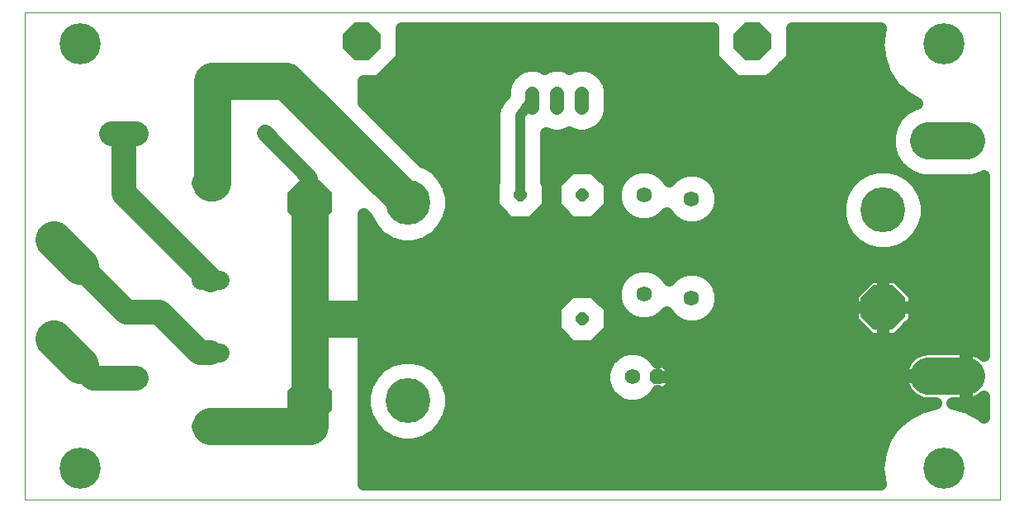
<source format=gbl>
G75*
%MOIN*%
%OFA0B0*%
%FSLAX25Y25*%
%IPPOS*%
%LPD*%
%AMOC8*
5,1,8,0,0,1.08239X$1,22.5*
%
%ADD10C,0.07810*%
%ADD11C,0.10000*%
%ADD12OC8,0.05175*%
%ADD13C,0.01136*%
%ADD14OC8,0.15024*%
%ADD15C,0.00000*%
%ADD16C,0.16598*%
%ADD17C,0.15024*%
%ADD18C,0.06248*%
%ADD19C,0.18100*%
%ADD20OC8,0.18100*%
%ADD21C,0.05680*%
%ADD22OC8,0.06200*%
%ADD23C,0.06200*%
%ADD24C,0.15000*%
%ADD25C,0.05000*%
%ADD26C,0.06600*%
%ADD27C,0.04000*%
D10*
X0076132Y0037864D02*
X0083942Y0037864D01*
X0083942Y0067392D02*
X0076132Y0067392D01*
X0076132Y0096919D02*
X0083942Y0096919D01*
X0083942Y0136289D02*
X0076132Y0136289D01*
D11*
X0045037Y0131919D02*
X0080037Y0096919D01*
X0059367Y0083730D02*
X0075706Y0067392D01*
X0080037Y0067392D01*
X0050037Y0057265D02*
X0040037Y0057265D01*
X0045037Y0057265D02*
X0032722Y0057265D01*
X0016848Y0073140D01*
X0046257Y0083730D02*
X0059367Y0083730D01*
X0046257Y0083730D02*
X0016848Y0113140D01*
X0045037Y0131919D02*
X0045037Y0155865D01*
X0050037Y0155865D02*
X0040037Y0155865D01*
D12*
X0205037Y0131329D03*
X0230037Y0131329D03*
X0230037Y0081329D03*
X0205037Y0081329D03*
D13*
X0102481Y0154366D02*
X0103049Y0153798D01*
X0101167Y0153798D01*
X0099837Y0155128D01*
X0099837Y0157010D01*
X0101167Y0158340D01*
X0103049Y0158340D01*
X0104379Y0157010D01*
X0104379Y0155128D01*
X0103049Y0153798D01*
X0102696Y0154650D01*
X0101520Y0154650D01*
X0100689Y0155481D01*
X0100689Y0156657D01*
X0101520Y0157488D01*
X0102696Y0157488D01*
X0103527Y0156657D01*
X0103527Y0155481D01*
X0102696Y0154650D01*
X0102343Y0155502D01*
X0101873Y0155502D01*
X0101541Y0155834D01*
X0101541Y0156304D01*
X0101873Y0156636D01*
X0102343Y0156636D01*
X0102675Y0156304D01*
X0102675Y0155834D01*
X0102343Y0155502D01*
X0081267Y0175579D02*
X0081835Y0175011D01*
X0079953Y0175011D01*
X0078623Y0176341D01*
X0078623Y0178223D01*
X0079953Y0179553D01*
X0081835Y0179553D01*
X0083165Y0178223D01*
X0083165Y0176341D01*
X0081835Y0175011D01*
X0081482Y0175863D01*
X0080306Y0175863D01*
X0079475Y0176694D01*
X0079475Y0177870D01*
X0080306Y0178701D01*
X0081482Y0178701D01*
X0082313Y0177870D01*
X0082313Y0176694D01*
X0081482Y0175863D01*
X0081129Y0176715D01*
X0080659Y0176715D01*
X0080327Y0177047D01*
X0080327Y0177517D01*
X0080659Y0177849D01*
X0081129Y0177849D01*
X0081461Y0177517D01*
X0081461Y0177047D01*
X0081129Y0176715D01*
D14*
X0141296Y0193140D03*
X0298777Y0193140D03*
D15*
X0005037Y0204990D02*
X0005037Y0008140D01*
X0398737Y0008140D01*
X0398737Y0204990D01*
X0005037Y0204990D01*
D16*
X0027674Y0192195D03*
X0027674Y0020935D03*
X0376100Y0020935D03*
X0376100Y0192195D03*
D17*
X0370013Y0153140D02*
X0385037Y0153140D01*
X0385037Y0058140D02*
X0370013Y0058140D01*
X0027471Y0062516D02*
X0016848Y0073140D01*
X0027471Y0102516D02*
X0016848Y0113140D01*
D18*
X0255037Y0131053D03*
X0274328Y0129715D03*
X0274328Y0089715D03*
X0255037Y0091053D03*
D19*
X0159722Y0128140D03*
X0159722Y0048140D03*
X0351611Y0125187D03*
D20*
X0351611Y0085817D03*
X0120351Y0048140D03*
X0120351Y0128140D03*
D21*
X0209997Y0166560D02*
X0209997Y0172240D01*
X0219997Y0172240D02*
X0219997Y0166560D01*
X0229997Y0166560D02*
X0229997Y0172240D01*
D22*
X0260430Y0057746D03*
D23*
X0250430Y0057746D03*
D24*
X0205037Y0081329D02*
X0120351Y0081329D01*
X0120351Y0128140D01*
X0080894Y0136289D02*
X0080894Y0177282D01*
X0110579Y0177282D01*
X0159722Y0128140D01*
X0080894Y0136289D02*
X0080037Y0136289D01*
X0120351Y0081329D02*
X0120351Y0048140D01*
X0120351Y0037864D01*
X0080037Y0037864D01*
D25*
X0141966Y0038131D02*
X0145344Y0038131D01*
X0145754Y0037422D02*
X0149004Y0034172D01*
X0152984Y0031874D01*
X0157423Y0030684D01*
X0162020Y0030684D01*
X0166459Y0031874D01*
X0170439Y0034172D01*
X0173689Y0037422D01*
X0175987Y0041402D01*
X0177177Y0045842D01*
X0177177Y0050438D01*
X0175987Y0054877D01*
X0173689Y0058858D01*
X0170439Y0062108D01*
X0166459Y0064406D01*
X0162020Y0065595D01*
X0157423Y0065595D01*
X0152984Y0064406D01*
X0149004Y0062108D01*
X0145754Y0058858D01*
X0143456Y0054877D01*
X0142266Y0050438D01*
X0142266Y0045842D01*
X0143456Y0041402D01*
X0145754Y0037422D01*
X0141966Y0033132D02*
X0150804Y0033132D01*
X0141966Y0028134D02*
X0350764Y0028134D01*
X0350433Y0027261D02*
X0350433Y0027261D01*
X0349664Y0020935D01*
X0350429Y0014640D01*
X0141966Y0014640D01*
X0141966Y0123402D01*
X0143269Y0122098D01*
X0143456Y0121402D01*
X0145754Y0117422D01*
X0149004Y0114172D01*
X0152984Y0111874D01*
X0157423Y0110684D01*
X0162020Y0110684D01*
X0166459Y0111874D01*
X0170439Y0114172D01*
X0173689Y0117422D01*
X0175987Y0121402D01*
X0177177Y0125842D01*
X0177177Y0130438D01*
X0175987Y0134877D01*
X0173689Y0138858D01*
X0170439Y0142108D01*
X0166459Y0144406D01*
X0165763Y0144592D01*
X0141966Y0168389D01*
X0141966Y0177222D01*
X0147890Y0177222D01*
X0157214Y0186547D01*
X0157214Y0198490D01*
X0282859Y0198490D01*
X0282859Y0186547D01*
X0292184Y0177222D01*
X0305370Y0177222D01*
X0314694Y0186547D01*
X0314694Y0198490D01*
X0350429Y0198490D01*
X0349664Y0192195D01*
X0350433Y0185869D01*
X0352692Y0179910D01*
X0356313Y0174665D01*
X0361083Y0170439D01*
X0365136Y0168312D01*
X0363869Y0167972D01*
X0360239Y0165877D01*
X0357276Y0162913D01*
X0355180Y0159284D01*
X0354096Y0155235D01*
X0354096Y0151044D01*
X0355180Y0146996D01*
X0357276Y0143366D01*
X0360239Y0140403D01*
X0363869Y0138307D01*
X0367917Y0137222D01*
X0387132Y0137222D01*
X0391180Y0138307D01*
X0392237Y0138917D01*
X0392237Y0066482D01*
X0391419Y0067135D01*
X0390372Y0067793D01*
X0389257Y0068329D01*
X0388090Y0068738D01*
X0386884Y0069013D01*
X0385655Y0069152D01*
X0385292Y0069152D01*
X0385292Y0058396D01*
X0384781Y0058396D01*
X0384781Y0069152D01*
X0369394Y0069152D01*
X0368165Y0069013D01*
X0366960Y0068738D01*
X0365792Y0068329D01*
X0364678Y0067793D01*
X0363631Y0067135D01*
X0362664Y0066364D01*
X0361789Y0065489D01*
X0361018Y0064522D01*
X0360360Y0063475D01*
X0359823Y0062360D01*
X0359415Y0061193D01*
X0359140Y0059987D01*
X0359001Y0058758D01*
X0359001Y0058396D01*
X0384781Y0058396D01*
X0384781Y0057884D01*
X0385292Y0057884D01*
X0385292Y0047128D01*
X0385655Y0047128D01*
X0386884Y0047266D01*
X0388090Y0047542D01*
X0389257Y0047950D01*
X0390372Y0048487D01*
X0391419Y0049145D01*
X0392237Y0049798D01*
X0392237Y0041698D01*
X0391116Y0042691D01*
X0385473Y0045652D01*
X0379486Y0047128D01*
X0384781Y0047128D01*
X0384781Y0057884D01*
X0359001Y0057884D01*
X0359001Y0057521D01*
X0359140Y0056292D01*
X0359415Y0055086D01*
X0359823Y0053919D01*
X0360360Y0052805D01*
X0361018Y0051758D01*
X0361789Y0050791D01*
X0362664Y0049916D01*
X0363631Y0049145D01*
X0364678Y0048487D01*
X0365792Y0047950D01*
X0366960Y0047542D01*
X0368165Y0047266D01*
X0369394Y0047128D01*
X0372713Y0047128D01*
X0366726Y0045652D01*
X0366726Y0045652D01*
X0361083Y0042691D01*
X0361083Y0042691D01*
X0356313Y0038465D01*
X0356313Y0038465D01*
X0352692Y0033220D01*
X0350433Y0027261D01*
X0349932Y0023135D02*
X0141966Y0023135D01*
X0141966Y0018137D02*
X0350004Y0018137D01*
X0349664Y0020935D02*
X0349664Y0020935D01*
X0352659Y0033132D02*
X0168639Y0033132D01*
X0174099Y0038131D02*
X0356082Y0038131D01*
X0352692Y0033220D02*
X0352692Y0033220D01*
X0361919Y0043129D02*
X0176450Y0043129D01*
X0177177Y0048128D02*
X0244078Y0048128D01*
X0243366Y0048539D02*
X0245989Y0047025D01*
X0248915Y0046241D01*
X0251945Y0046241D01*
X0254871Y0047025D01*
X0257495Y0048539D01*
X0259637Y0050682D01*
X0259905Y0051146D01*
X0260430Y0051146D01*
X0260430Y0052055D01*
X0260430Y0052056D01*
X0260430Y0051146D01*
X0263164Y0051146D01*
X0267030Y0055012D01*
X0267030Y0057746D01*
X0261936Y0057746D01*
X0261936Y0057746D01*
X0267030Y0057746D01*
X0267030Y0060480D01*
X0263164Y0064346D01*
X0260430Y0064346D01*
X0259905Y0064346D01*
X0259637Y0064811D01*
X0257495Y0066953D01*
X0254871Y0068467D01*
X0251945Y0069252D01*
X0248915Y0069252D01*
X0245989Y0068467D01*
X0243366Y0066953D01*
X0241224Y0064811D01*
X0239709Y0062187D01*
X0238925Y0059261D01*
X0238925Y0056231D01*
X0239709Y0053305D01*
X0241224Y0050682D01*
X0243366Y0048539D01*
X0239812Y0053126D02*
X0176457Y0053126D01*
X0174113Y0058125D02*
X0238925Y0058125D01*
X0240249Y0063123D02*
X0168680Y0063123D01*
X0150763Y0063123D02*
X0141966Y0063123D01*
X0141966Y0058125D02*
X0145331Y0058125D01*
X0142986Y0053126D02*
X0141966Y0053126D01*
X0141966Y0048128D02*
X0142266Y0048128D01*
X0141966Y0043129D02*
X0142993Y0043129D01*
X0141966Y0068122D02*
X0245391Y0068122D01*
X0255470Y0068122D02*
X0365361Y0068122D01*
X0360191Y0063123D02*
X0264387Y0063123D01*
X0260430Y0063436D02*
X0260430Y0064346D01*
X0260430Y0063437D01*
X0260430Y0063436D01*
X0267030Y0058125D02*
X0384781Y0058125D01*
X0384781Y0063123D02*
X0385292Y0063123D01*
X0385292Y0068122D02*
X0384781Y0068122D01*
X0389688Y0068122D02*
X0392237Y0068122D01*
X0392237Y0073120D02*
X0237375Y0073120D01*
X0234590Y0070336D02*
X0241029Y0076775D01*
X0241029Y0085882D01*
X0234590Y0092322D01*
X0225483Y0092322D01*
X0219044Y0085882D01*
X0219044Y0076775D01*
X0225483Y0070336D01*
X0234590Y0070336D01*
X0241029Y0078119D02*
X0341561Y0078119D01*
X0339061Y0080619D02*
X0346413Y0073267D01*
X0351611Y0073267D01*
X0351611Y0085817D01*
X0351611Y0085817D01*
X0339061Y0085817D01*
X0339061Y0091015D01*
X0346413Y0098367D01*
X0351611Y0098367D01*
X0351611Y0085817D01*
X0339061Y0085817D01*
X0339061Y0080619D01*
X0339061Y0083117D02*
X0283832Y0083117D01*
X0283554Y0082635D02*
X0285072Y0085264D01*
X0285857Y0088197D01*
X0285857Y0091232D01*
X0285072Y0094165D01*
X0283554Y0096794D01*
X0281407Y0098940D01*
X0278778Y0100458D01*
X0275846Y0101244D01*
X0272810Y0101244D01*
X0269878Y0100458D01*
X0267249Y0098940D01*
X0265102Y0096794D01*
X0265069Y0096736D01*
X0264262Y0098132D01*
X0262116Y0100279D01*
X0259487Y0101797D01*
X0256554Y0102583D01*
X0253519Y0102583D01*
X0250586Y0101797D01*
X0247957Y0100279D01*
X0245811Y0098132D01*
X0244293Y0095503D01*
X0243507Y0092571D01*
X0243507Y0089535D01*
X0244293Y0086603D01*
X0245811Y0083974D01*
X0247957Y0081827D01*
X0250586Y0080309D01*
X0253519Y0079524D01*
X0256554Y0079524D01*
X0259487Y0080309D01*
X0262116Y0081827D01*
X0264262Y0083974D01*
X0264296Y0084032D01*
X0265102Y0082635D01*
X0267249Y0080489D01*
X0269878Y0078971D01*
X0272810Y0078185D01*
X0275846Y0078185D01*
X0278778Y0078971D01*
X0281407Y0080489D01*
X0283554Y0082635D01*
X0285836Y0088116D02*
X0339061Y0088116D01*
X0341160Y0093114D02*
X0285353Y0093114D01*
X0282235Y0098113D02*
X0346159Y0098113D01*
X0351611Y0098113D02*
X0351611Y0098113D01*
X0351611Y0098367D02*
X0351611Y0085817D01*
X0351611Y0085817D01*
X0351611Y0085817D01*
X0351611Y0073267D01*
X0356810Y0073267D01*
X0364161Y0080619D01*
X0364161Y0085817D01*
X0364161Y0091015D01*
X0356810Y0098367D01*
X0351611Y0098367D01*
X0357064Y0098113D02*
X0392237Y0098113D01*
X0392237Y0103111D02*
X0141966Y0103111D01*
X0141966Y0098113D02*
X0245799Y0098113D01*
X0243653Y0093114D02*
X0141966Y0093114D01*
X0141966Y0088116D02*
X0221277Y0088116D01*
X0219044Y0083117D02*
X0211124Y0083117D01*
X0211124Y0083850D02*
X0211124Y0081329D01*
X0205037Y0081329D01*
X0205037Y0081329D01*
X0205036Y0081329D01*
X0205036Y0081329D01*
X0198949Y0081329D01*
X0198949Y0083850D01*
X0202515Y0087416D01*
X0205036Y0087416D01*
X0205036Y0081329D01*
X0198949Y0081329D01*
X0198949Y0078807D01*
X0202515Y0075241D01*
X0205036Y0075241D01*
X0205036Y0081329D01*
X0205037Y0081329D02*
X0205037Y0087416D01*
X0207558Y0087416D01*
X0211124Y0083850D01*
X0211124Y0081329D02*
X0205037Y0081329D01*
X0205037Y0075241D01*
X0207558Y0075241D01*
X0211124Y0078807D01*
X0211124Y0081329D01*
X0205037Y0081329D02*
X0205036Y0081329D01*
X0205036Y0083117D02*
X0205037Y0083117D01*
X0205036Y0078119D02*
X0205037Y0078119D01*
X0210436Y0078119D02*
X0219044Y0078119D01*
X0222699Y0073120D02*
X0141966Y0073120D01*
X0141966Y0078119D02*
X0199637Y0078119D01*
X0198949Y0083117D02*
X0141966Y0083117D01*
X0141966Y0108110D02*
X0347901Y0108110D01*
X0349313Y0107731D02*
X0353909Y0107731D01*
X0358349Y0108921D01*
X0362329Y0111219D01*
X0365579Y0114469D01*
X0367877Y0118449D01*
X0369067Y0122889D01*
X0369067Y0127485D01*
X0367877Y0131925D01*
X0365579Y0135905D01*
X0362329Y0139155D01*
X0358349Y0141453D01*
X0353909Y0142643D01*
X0349313Y0142643D01*
X0344874Y0141453D01*
X0340893Y0139155D01*
X0337643Y0135905D01*
X0335345Y0131925D01*
X0334156Y0127485D01*
X0334156Y0122889D01*
X0335345Y0118449D01*
X0337643Y0114469D01*
X0340893Y0111219D01*
X0344874Y0108921D01*
X0349313Y0107731D01*
X0355322Y0108110D02*
X0392237Y0108110D01*
X0392237Y0113109D02*
X0364219Y0113109D01*
X0367680Y0118107D02*
X0392237Y0118107D01*
X0392237Y0123106D02*
X0369067Y0123106D01*
X0368901Y0128104D02*
X0392237Y0128104D01*
X0392237Y0133103D02*
X0367197Y0133103D01*
X0364638Y0138101D02*
X0363383Y0138101D01*
X0357543Y0143100D02*
X0215442Y0143100D01*
X0215442Y0148098D02*
X0354885Y0148098D01*
X0354096Y0153097D02*
X0215442Y0153097D01*
X0215657Y0156080D02*
X0218517Y0155314D01*
X0221478Y0155314D01*
X0224338Y0156080D01*
X0224997Y0156461D01*
X0225657Y0156080D01*
X0228517Y0155314D01*
X0231478Y0155314D01*
X0234338Y0156080D01*
X0236902Y0157561D01*
X0238996Y0159655D01*
X0240476Y0162219D01*
X0241243Y0165079D01*
X0241243Y0173720D01*
X0240476Y0176580D01*
X0238996Y0179145D01*
X0236902Y0181238D01*
X0234338Y0182719D01*
X0231478Y0183485D01*
X0228517Y0183485D01*
X0225657Y0182719D01*
X0224997Y0182338D01*
X0224338Y0182719D01*
X0221478Y0183485D01*
X0218517Y0183485D01*
X0215657Y0182719D01*
X0214997Y0182338D01*
X0214338Y0182719D01*
X0211478Y0183485D01*
X0208517Y0183485D01*
X0205657Y0182719D01*
X0203092Y0181238D01*
X0200998Y0179145D01*
X0199518Y0176580D01*
X0198752Y0173720D01*
X0198752Y0172037D01*
X0197288Y0170225D01*
X0196710Y0169647D01*
X0196431Y0169164D01*
X0196081Y0168730D01*
X0195749Y0167983D01*
X0195340Y0167274D01*
X0195196Y0166736D01*
X0194970Y0166226D01*
X0194843Y0165418D01*
X0194631Y0164628D01*
X0194631Y0164070D01*
X0194544Y0163519D01*
X0194631Y0162706D01*
X0194631Y0136470D01*
X0194044Y0135882D01*
X0194044Y0126775D01*
X0200483Y0120336D01*
X0209590Y0120336D01*
X0216029Y0126775D01*
X0216029Y0135882D01*
X0215442Y0136470D01*
X0215442Y0156204D01*
X0215657Y0156080D01*
X0194631Y0158095D02*
X0152260Y0158095D01*
X0147261Y0163094D02*
X0194590Y0163094D01*
X0195798Y0168092D02*
X0142263Y0168092D01*
X0141966Y0173091D02*
X0198752Y0173091D01*
X0200389Y0178089D02*
X0148756Y0178089D01*
X0153755Y0183088D02*
X0207033Y0183088D01*
X0212961Y0183088D02*
X0217033Y0183088D01*
X0222961Y0183088D02*
X0227033Y0183088D01*
X0232961Y0183088D02*
X0286318Y0183088D01*
X0291317Y0178089D02*
X0239605Y0178089D01*
X0241243Y0173091D02*
X0358090Y0173091D01*
X0356313Y0174665D02*
X0356313Y0174665D01*
X0356313Y0174665D01*
X0353949Y0178089D02*
X0306237Y0178089D01*
X0311235Y0183088D02*
X0351487Y0183088D01*
X0352692Y0179910D02*
X0352692Y0179910D01*
X0350433Y0185869D02*
X0350433Y0185869D01*
X0350163Y0188086D02*
X0314694Y0188086D01*
X0314694Y0193085D02*
X0349773Y0193085D01*
X0349664Y0192195D02*
X0349664Y0192195D01*
X0350379Y0198083D02*
X0314694Y0198083D01*
X0282859Y0198083D02*
X0157214Y0198083D01*
X0157214Y0193085D02*
X0282859Y0193085D01*
X0282859Y0188086D02*
X0157214Y0188086D01*
X0157259Y0153097D02*
X0194631Y0153097D01*
X0194631Y0148098D02*
X0162257Y0148098D01*
X0168721Y0143100D02*
X0194631Y0143100D01*
X0194631Y0138101D02*
X0174126Y0138101D01*
X0176463Y0133103D02*
X0194044Y0133103D01*
X0194044Y0128104D02*
X0177177Y0128104D01*
X0176444Y0123106D02*
X0197713Y0123106D01*
X0212360Y0123106D02*
X0222713Y0123106D01*
X0225483Y0120336D02*
X0234590Y0120336D01*
X0241029Y0126775D01*
X0241029Y0135882D01*
X0234590Y0142322D01*
X0225483Y0142322D01*
X0219044Y0135882D01*
X0219044Y0126775D01*
X0225483Y0120336D01*
X0237360Y0123106D02*
X0246679Y0123106D01*
X0245811Y0123974D02*
X0247957Y0121827D01*
X0250586Y0120309D01*
X0253519Y0119524D01*
X0256554Y0119524D01*
X0259487Y0120309D01*
X0262116Y0121827D01*
X0264262Y0123974D01*
X0264296Y0124032D01*
X0265102Y0122635D01*
X0267249Y0120489D01*
X0269878Y0118971D01*
X0272810Y0118185D01*
X0275846Y0118185D01*
X0278778Y0118971D01*
X0281407Y0120489D01*
X0283554Y0122635D01*
X0285072Y0125264D01*
X0285857Y0128197D01*
X0285857Y0131232D01*
X0285072Y0134165D01*
X0283554Y0136794D01*
X0281407Y0138940D01*
X0278778Y0140458D01*
X0275846Y0141244D01*
X0272810Y0141244D01*
X0269878Y0140458D01*
X0267249Y0138940D01*
X0265102Y0136794D01*
X0265069Y0136736D01*
X0264262Y0138132D01*
X0262116Y0140279D01*
X0259487Y0141797D01*
X0256554Y0142583D01*
X0253519Y0142583D01*
X0250586Y0141797D01*
X0247957Y0140279D01*
X0245811Y0138132D01*
X0244293Y0135503D01*
X0243507Y0132571D01*
X0243507Y0129535D01*
X0244293Y0126603D01*
X0245811Y0123974D01*
X0243890Y0128104D02*
X0241029Y0128104D01*
X0241029Y0133103D02*
X0243649Y0133103D01*
X0245792Y0138101D02*
X0238811Y0138101D01*
X0221263Y0138101D02*
X0215442Y0138101D01*
X0216029Y0133103D02*
X0219044Y0133103D01*
X0219044Y0128104D02*
X0216029Y0128104D01*
X0174085Y0118107D02*
X0335543Y0118107D01*
X0334156Y0123106D02*
X0283825Y0123106D01*
X0285833Y0128104D02*
X0334322Y0128104D01*
X0336025Y0133103D02*
X0285356Y0133103D01*
X0282247Y0138101D02*
X0339840Y0138101D01*
X0354862Y0158095D02*
X0237436Y0158095D01*
X0240711Y0163094D02*
X0357456Y0163094D01*
X0364316Y0168092D02*
X0241243Y0168092D01*
X0264281Y0138101D02*
X0266409Y0138101D01*
X0264830Y0123106D02*
X0263394Y0123106D01*
X0264274Y0098113D02*
X0266421Y0098113D01*
X0243887Y0088116D02*
X0238796Y0088116D01*
X0241029Y0083117D02*
X0246667Y0083117D01*
X0263406Y0083117D02*
X0264824Y0083117D01*
X0265144Y0053126D02*
X0360205Y0053126D01*
X0365423Y0048128D02*
X0256782Y0048128D01*
X0351611Y0078119D02*
X0351611Y0078119D01*
X0351611Y0083117D02*
X0351611Y0083117D01*
X0351611Y0085817D02*
X0351611Y0085817D01*
X0364161Y0085817D01*
X0351611Y0085817D01*
X0351611Y0088116D02*
X0351611Y0088116D01*
X0351611Y0093114D02*
X0351611Y0093114D01*
X0362062Y0093114D02*
X0392237Y0093114D01*
X0392237Y0088116D02*
X0364161Y0088116D01*
X0364161Y0083117D02*
X0392237Y0083117D01*
X0392237Y0078119D02*
X0361662Y0078119D01*
X0384781Y0053126D02*
X0385292Y0053126D01*
X0385292Y0048128D02*
X0384781Y0048128D01*
X0385473Y0045652D02*
X0385473Y0045652D01*
X0389626Y0048128D02*
X0392237Y0048128D01*
X0392237Y0043129D02*
X0390280Y0043129D01*
X0391116Y0042691D02*
X0391116Y0042691D01*
X0339004Y0113109D02*
X0168598Y0113109D01*
X0150845Y0113109D02*
X0141966Y0113109D01*
X0141966Y0118107D02*
X0145358Y0118107D01*
X0142262Y0123106D02*
X0141966Y0123106D01*
X0361083Y0170439D02*
X0361083Y0170439D01*
X0390411Y0138101D02*
X0392237Y0138101D01*
D26*
X0120351Y0137825D02*
X0120351Y0128140D01*
X0120351Y0137825D02*
X0102108Y0156069D01*
D27*
X0205037Y0163258D02*
X0205037Y0131329D01*
X0205037Y0163258D02*
X0209997Y0169400D01*
M02*

</source>
